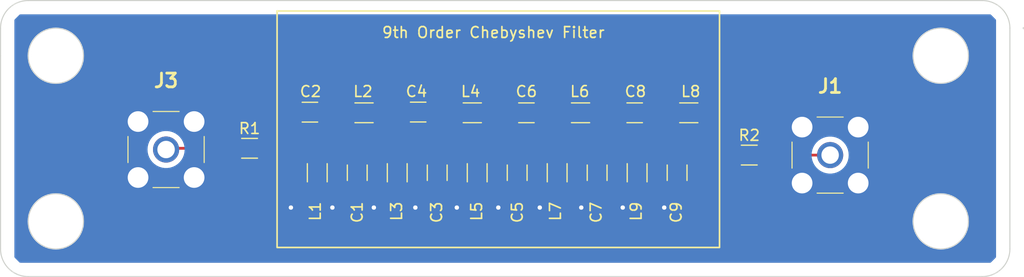
<source format=kicad_pcb>
(kicad_pcb (version 20221018) (generator pcbnew)
  (layers (0 "F.Cu" signal) (31 "B.Cu" power) (34 "B.Paste" user) (35 "F.Paste" user) (36 "B.SilkS" user "B.Silkscreen") (37 "F.SilkS" user "F.Silkscreen") (38 "B.Mask" user) (39 "F.Mask" user) (44 "Edge.Cuts" user))
  (net 0 "")
  (net 1 "Net-(C1-Pad1)")
  (net 2 "Net-(C2-Pad2)")
  (net 3 "Net-(C3-Pad1)")
  (net 4 "Net-(C4-Pad2)")
  (net 5 "Net-(C5-Pad1)")
  (net 6 "Net-(C6-Pad2)")
  (net 7 "Net-(C7-Pad1)")
  (net 8 "Net-(C8-Pad2)")
  (net 9 "Net-(C9-Pad1)")
  (net 10 "GND")
  (net 11 "V_out")
  (net 12 "V_in")
  (footprint "Inductor_SMD:L_1206_3216Metric" (layer "F.Cu") (at 73.985565 61.565476 -90)
    (fp_text reference "L7" (at 3.553097 0.159439 90) (layer "F.SilkS"))
    (fp_text value "12 nH" hide)
    (fp_line (start -0.835242 -0.91) (end 0.835242 -0.91) (stroke (width 0.12)) (layer "F.SilkS"))
    (fp_line (start -0.835242 0.91) (end 0.835242 0.91) (stroke (width 0.12)) (layer "F.SilkS"))
    (pad "1" smd roundrect (at -1.575 0 270) (size 1.05 1.9) (layers "F.Cu" "F.Paste" "F.Mask") (roundrect_rratio 0.2380952381) (net 7 "Net-(C7-Pad1)"))
    (pad "2" smd roundrect (at 1.575 0 270) (size 1.05 1.9) (layers "F.Cu" "F.Paste" "F.Mask") (roundrect_rratio 0.2380952381) (net 10 "GND"))
  )
  (footprint "Resistor_SMD:R_1206_3216Metric" (layer "F.Cu") (at 45.733408 59.3155)
    (fp_text reference "R1" (at 0 -1.82) (layer "F.SilkS"))
    (fp_text value "r=50" hide)
    (fp_line (start -0.727064 -0.91) (end 0.727064 -0.91) (stroke (width 0.12)) (layer "F.SilkS"))
    (fp_line (start -0.727064 0.91) (end 0.727064 0.91) (stroke (width 0.12)) (layer "F.SilkS"))
    (pad "1" smd roundrect (at -1.4625 0) (size 1.125 1.75) (layers "F.Cu" "F.Paste" "F.Mask") (roundrect_rratio 0.2222222222) (net 12 "V_in"))
    (pad "2" smd roundrect (at 1.4625 0) (size 1.125 1.75) (layers "F.Cu" "F.Paste" "F.Mask") (roundrect_rratio 0.2222222222) (net 1 "Net-(C1-Pad1)"))
  )
  (footprint "Inductor_SMD:L_1206_3216Metric" (layer "F.Cu") (at 66.640721 61.565476 -90)
    (fp_text reference "L5" (at 3.555043 0.053902 90) (layer "F.SilkS"))
    (fp_text value "12 nH" hide)
    (fp_line (start -0.835242 -0.91) (end 0.835242 -0.91) (stroke (width 0.12)) (layer "F.SilkS"))
    (fp_line (start -0.835242 0.91) (end 0.835242 0.91) (stroke (width 0.12)) (layer "F.SilkS"))
    (pad "1" smd roundrect (at -1.575 0 270) (size 1.05 1.9) (layers "F.Cu" "F.Paste" "F.Mask") (roundrect_rratio 0.2380952381) (net 5 "Net-(C5-Pad1)"))
    (pad "2" smd roundrect (at 1.575 0 270) (size 1.05 1.9) (layers "F.Cu" "F.Paste" "F.Mask") (roundrect_rratio 0.2380952381) (net 10 "GND"))
  )
  (footprint "Capacitor_SMD:C_1206_3216Metric" (layer "F.Cu") (at 81.105778 56.049029)
    (fp_text reference "C8" hide)
    (fp_text value "6.8 pF" hide)
    (fp_line (start -0.711252 -0.91) (end 0.711252 -0.91) (stroke (width 0.12)) (layer "F.SilkS"))
    (fp_line (start -0.711252 0.91) (end 0.711252 0.91) (stroke (width 0.12)) (layer "F.SilkS"))
    (pad "1" smd roundrect (at -1.475 0) (size 1.15 1.8) (layers "F.Cu" "F.Paste" "F.Mask") (roundrect_rratio 0.2173913043) (net 7 "Net-(C7-Pad1)"))
    (pad "2" smd roundrect (at 1.475 0) (size 1.15 1.8) (layers "F.Cu" "F.Paste" "F.Mask") (roundrect_rratio 0.2173913043) (net 8 "Net-(C8-Pad2)"))
  )
  (footprint "Capacitor_SMD:C_1206_3216Metric" (layer "F.Cu") (at 55.623455 61.565476 -90)
    (fp_text reference "C1" (at 3.64347 0.009402 90) (layer "F.SilkS"))
    (fp_text value "4.7 pF" hide)
    (fp_line (start -0.711252 -0.91) (end 0.711252 -0.91) (stroke (width 0.12)) (layer "F.SilkS"))
    (fp_line (start -0.711252 0.91) (end 0.711252 0.91) (stroke (width 0.12)) (layer "F.SilkS"))
    (pad "1" smd roundrect (at -1.475 0 270) (size 1.15 1.8) (layers "F.Cu" "F.Paste" "F.Mask") (roundrect_rratio 0.2173913043) (net 1 "Net-(C1-Pad1)"))
    (pad "2" smd roundrect (at 1.475 0 270) (size 1.15 1.8) (layers "F.Cu" "F.Paste" "F.Mask") (roundrect_rratio 0.2173913043) (net 10 "GND"))
  )
  (footprint "Capacitor_SMD:C_1206_3216Metric" (layer "F.Cu") (at 62.968299 61.565476 -90)
    (fp_text reference "C3" (at 3.645416 0.058036 90) (layer "F.SilkS"))
    (fp_text value "8.2 pF" hide)
    (fp_line (start -0.711252 -0.91) (end 0.711252 -0.91) (stroke (width 0.12)) (layer "F.SilkS"))
    (fp_line (start -0.711252 0.91) (end 0.711252 0.91) (stroke (width 0.12)) (layer "F.SilkS"))
    (pad "1" smd roundrect (at -1.475 0 270) (size 1.15 1.8) (layers "F.Cu" "F.Paste" "F.Mask") (roundrect_rratio 0.2173913043) (net 3 "Net-(C3-Pad1)"))
    (pad "2" smd roundrect (at 1.475 0 270) (size 1.15 1.8) (layers "F.Cu" "F.Paste" "F.Mask") (roundrect_rratio 0.2173913043) (net 10 "GND"))
  )
  (footprint "Capacitor_SMD:C_1206_3216Metric" (layer "F.Cu") (at 77.657987 61.565476 -90)
    (fp_text reference "C7" (at 3.647362 0.098402 90) (layer "F.SilkS"))
    (fp_text value "8.2 pF" hide)
    (fp_line (start -0.711252 -0.91) (end 0.711252 -0.91) (stroke (width 0.12)) (layer "F.SilkS"))
    (fp_line (start -0.711252 0.91) (end 0.711252 0.91) (stroke (width 0.12)) (layer "F.SilkS"))
    (pad "1" smd roundrect (at -1.475 0 270) (size 1.15 1.8) (layers "F.Cu" "F.Paste" "F.Mask") (roundrect_rratio 0.2173913043) (net 7 "Net-(C7-Pad1)"))
    (pad "2" smd roundrect (at 1.475 0 270) (size 1.15 1.8) (layers "F.Cu" "F.Paste" "F.Mask") (roundrect_rratio 0.2173913043) (net 10 "GND"))
  )
  (footprint "Inductor_SMD:L_1206_3216Metric" (layer "F.Cu") (at 76.13435 56.049029)
    (fp_text reference "L6" (at -0.072546 -1.959363) (layer "F.SilkS"))
    (fp_text value "15 nH" hide)
    (fp_line (start -0.835242 -0.91) (end 0.835242 -0.91) (stroke (width 0.12)) (layer "F.SilkS"))
    (fp_line (start -0.835242 0.91) (end 0.835242 0.91) (stroke (width 0.12)) (layer "F.SilkS"))
    (pad "1" smd roundrect (at -1.575 0) (size 1.05 1.9) (layers "F.Cu" "F.Paste" "F.Mask") (roundrect_rratio 0.2380952381) (net 6 "Net-(C6-Pad2)"))
    (pad "2" smd roundrect (at 1.575 0) (size 1.05 1.9) (layers "F.Cu" "F.Paste" "F.Mask") (roundrect_rratio 0.2380952381) (net 7 "Net-(C7-Pad1)"))
  )
  (footprint "Capacitor_SMD:C_1206_3216Metric" (layer "F.Cu") (at 51.27721 55.990889)
    (fp_text reference "C2" (at 0.059406 -1.901223) (layer "F.SilkS"))
    (fp_text value "6.8 pf" hide)
    (fp_line (start -0.711252 -0.91) (end 0.711252 -0.91) (stroke (width 0.12)) (layer "F.SilkS"))
    (fp_line (start -0.711252 0.91) (end 0.711252 0.91) (stroke (width 0.12)) (layer "F.SilkS"))
    (pad "1" smd roundrect (at -1.475 0) (size 1.15 1.8) (layers "F.Cu" "F.Paste" "F.Mask") (roundrect_rratio 0.2173913043) (net 1 "Net-(C1-Pad1)"))
    (pad "2" smd roundrect (at 1.475 0) (size 1.15 1.8) (layers "F.Cu" "F.Paste" "F.Mask") (roundrect_rratio 0.2173913043) (net 2 "Net-(C2-Pad2)"))
  )
  (footprint "Inductor_SMD:L_1206_3216Metric" (layer "F.Cu") (at 81.330409 61.565476 -90)
    (fp_text reference "L9" (at 3.556016 0.094267 90) (layer "F.SilkS"))
    (fp_text value "22 nH" hide)
    (fp_line (start -0.835242 -0.91) (end 0.835242 -0.91) (stroke (width 0.12)) (layer "F.SilkS"))
    (fp_line (start -0.835242 0.91) (end 0.835242 0.91) (stroke (width 0.12)) (layer "F.SilkS"))
    (pad "1" smd roundrect (at -1.575 0 270) (size 1.05 1.9) (layers "F.Cu" "F.Paste" "F.Mask") (roundrect_rratio 0.2380952381) (net 9 "Net-(C9-Pad1)"))
    (pad "2" smd roundrect (at 1.575 0 270) (size 1.05 1.9) (layers "F.Cu" "F.Paste" "F.Mask") (roundrect_rratio 0.2380952381) (net 10 "GND"))
  )
  (footprint "Capacitor_SMD:C_1206_3216Metric" (layer "F.Cu") (at 70.313143 61.565476 -90)
    (fp_text reference "C5" (at 3.644443 -0.007136 90) (layer "F.SilkS"))
    (fp_text value "8.2 pF" hide)
    (fp_line (start -0.711252 -0.91) (end 0.711252 -0.91) (stroke (width 0.12)) (layer "F.SilkS"))
    (fp_line (start -0.711252 0.91) (end 0.711252 0.91) (stroke (width 0.12)) (layer "F.SilkS"))
    (pad "1" smd roundrect (at -1.475 0 270) (size 1.15 1.8) (layers "F.Cu" "F.Paste" "F.Mask") (roundrect_rratio 0.2173913043) (net 5 "Net-(C5-Pad1)"))
    (pad "2" smd roundrect (at 1.475 0 270) (size 1.15 1.8) (layers "F.Cu" "F.Paste" "F.Mask") (roundrect_rratio 0.2173913043) (net 10 "GND"))
  )
  (footprint "Capacitor_SMD:C_1206_3216Metric" (layer "F.Cu") (at 85.002832 61.565476 -90)
    (fp_text reference "C9" (at 3.646389 0.090132 90) (layer "F.SilkS"))
    (fp_text value "4.7 pF" hide)
    (fp_line (start -0.711252 -0.91) (end 0.711252 -0.91) (stroke (width 0.12)) (layer "F.SilkS"))
    (fp_line (start -0.711252 0.91) (end 0.711252 0.91) (stroke (width 0.12)) (layer "F.SilkS"))
    (pad "1" smd roundrect (at -1.475 0 270) (size 1.15 1.8) (layers "F.Cu" "F.Paste" "F.Mask") (roundrect_rratio 0.2173913043) (net 9 "Net-(C9-Pad1)"))
    (pad "2" smd roundrect (at 1.475 0 270) (size 1.15 1.8) (layers "F.Cu" "F.Paste" "F.Mask") (roundrect_rratio 0.2173913043) (net 10 "GND"))
  )
  (footprint "Inductor_SMD:L_1206_3216Metric" (layer "F.Cu") (at 51.951033 61.565476 -90)
    (fp_text reference "L1" (at 3.55407 0.184246 90) (layer "F.SilkS"))
    (fp_text value "22 nH" hide)
    (fp_line (start -0.835242 -0.91) (end 0.835242 -0.91) (stroke (width 0.12)) (layer "F.SilkS"))
    (fp_line (start -0.835242 0.91) (end 0.835242 0.91) (stroke (width 0.12)) (layer "F.SilkS"))
    (pad "1" smd roundrect (at -1.575 0 270) (size 1.05 1.9) (layers "F.Cu" "F.Paste" "F.Mask") (roundrect_rratio 0.2380952381) (net 1 "Net-(C1-Pad1)"))
    (pad "2" smd roundrect (at 1.575 0 270) (size 1.05 1.9) (layers "F.Cu" "F.Paste" "F.Mask") (roundrect_rratio 0.2380952381) (net 10 "GND"))
  )
  (footprint "Inductor_SMD:L_1206_3216Metric" (layer "F.Cu") (at 59.295877 61.565476 -90)
    (fp_text reference "L3" (at 3.547259 0.06217 90) (layer "F.SilkS"))
    (fp_text value "12 nH" hide)
    (fp_line (start -0.835242 -0.91) (end 0.835242 -0.91) (stroke (width 0.12)) (layer "F.SilkS"))
    (fp_line (start -0.835242 0.91) (end 0.835242 0.91) (stroke (width 0.12)) (layer "F.SilkS"))
    (pad "1" smd roundrect (at -1.575 0 270) (size 1.05 1.9) (layers "F.Cu" "F.Paste" "F.Mask") (roundrect_rratio 0.2380952381) (net 3 "Net-(C3-Pad1)"))
    (pad "2" smd roundrect (at 1.575 0 270) (size 1.05 1.9) (layers "F.Cu" "F.Paste" "F.Mask") (roundrect_rratio 0.2380952381) (net 10 "GND"))
  )
  (footprint "Inductor_SMD:L_1206_3216Metric" (layer "F.Cu") (at 56.248638 56.049029)
    (fp_text reference "L2" (at -0.102941 -1.959363) (layer "F.SilkS"))
    (fp_text value "15 nH" hide)
    (fp_line (start -0.835242 -0.91) (end 0.835242 -0.91) (stroke (width 0.12)) (layer "F.SilkS"))
    (fp_line (start -0.835242 0.91) (end 0.835242 0.91) (stroke (width 0.12)) (layer "F.SilkS"))
    (pad "1" smd roundrect (at -1.575 0) (size 1.05 1.9) (layers "F.Cu" "F.Paste" "F.Mask") (roundrect_rratio 0.2380952381) (net 2 "Net-(C2-Pad2)"))
    (pad "2" smd roundrect (at 1.575 0) (size 1.05 1.9) (layers "F.Cu" "F.Paste" "F.Mask") (roundrect_rratio 0.2380952381) (net 3 "Net-(C3-Pad1)"))
  )
  (footprint "Mouser:PCBSMAFRAHT" (layer "F.Cu") (at 38.065 59.429307)
    (fp_text reference "J3" (at 0 -6.34) (layer "F.SilkS") (effects (font (size 1.27 1.27) (thickness 0.254))))
    (fp_text value "PCB.SMAFRA.HT" hide)
    (fp_line (start -3.5 -1.2) (end -3.5 1.2) (stroke (width 0.1)) (layer "F.SilkS"))
    (fp_line (start -1.2 -3.5) (end 1.2 -3.5) (stroke (width 0.1)) (layer "F.SilkS"))
    (fp_line (start -1.2 3.5) (end 1.2 3.5) (stroke (width 0.1)) (layer "F.SilkS"))
    (fp_line (start 3.5 1.2) (end 3.5 -1.2) (stroke (width 0.1)) (layer "F.SilkS"))
    (pad "1" thru_hole circle (at 0 0) (size 2.4 2.4) (drill 1.6) (layers "*.Cu" "*.Mask") (net 12 "V_in"))
    (pad "2" thru_hole circle (at -2.575 -2.575) (size 2.85 2.85) (drill 1.9) (layers "*.Cu" "*.Mask") (net 10 "GND"))
    (pad "3" thru_hole circle (at -2.575 2.575) (size 2.85 2.85) (drill 1.9) (layers "*.Cu" "*.Mask") (net 10 "GND"))
    (pad "4" thru_hole circle (at 2.575 2.575) (size 2.85 2.85) (drill 1.9) (layers "*.Cu" "*.Mask") (net 10 "GND"))
    (pad "5" thru_hole circle (at 2.575 -2.575) (size 2.85 2.85) (drill 1.9) (layers "*.Cu" "*.Mask") (net 10 "GND"))
  )
  (footprint "Inductor_SMD:L_1206_3216Metric" (layer "F.Cu") (at 66.191494 56.049029)
    (fp_text reference "L4" (at -0.154823 -1.959363) (layer "F.SilkS"))
    (fp_text value "15 nH" hide)
    (fp_line (start -0.835242 -0.91) (end 0.835242 -0.91) (stroke (width 0.12)) (layer "F.SilkS"))
    (fp_line (start -0.835242 0.91) (end 0.835242 0.91) (stroke (width 0.12)) (layer "F.SilkS"))
    (pad "1" smd roundrect (at -1.575 0) (size 1.05 1.9) (layers "F.Cu" "F.Paste" "F.Mask") (roundrect_rratio 0.2380952381) (net 4 "Net-(C4-Pad2)"))
    (pad "2" smd roundrect (at 1.575 0) (size 1.05 1.9) (layers "F.Cu" "F.Paste" "F.Mask") (roundrect_rratio 0.2380952381) (net 5 "Net-(C5-Pad1)"))
  )
  (footprint "Mouser:PCBSMAFRAHT" (layer "F.Cu") (at 99.06 59.941437)
    (fp_text reference "J1" (at 0 -6.34) (layer "F.SilkS") (effects (font (size 1.27 1.27) (thickness 0.254))))
    (fp_text value "PCB.SMAFRA.HT" hide)
    (fp_line (start -3.5 -1.2) (end -3.5 1.2) (stroke (width 0.1)) (layer "F.SilkS"))
    (fp_line (start -1.2 -3.5) (end 1.2 -3.5) (stroke (width 0.1)) (layer "F.SilkS"))
    (fp_line (start -1.2 3.5) (end 1.2 3.5) (stroke (width 0.1)) (layer "F.SilkS"))
    (fp_line (start 3.5 1.2) (end 3.5 -1.2) (stroke (width 0.1)) (layer "F.SilkS"))
    (pad "1" thru_hole circle (at 0 0) (size 2.4 2.4) (drill 1.6) (layers "*.Cu" "*.Mask") (net 11 "V_out"))
    (pad "2" thru_hole circle (at -2.575 -2.575) (size 2.85 2.85) (drill 1.9) (layers "*.Cu" "*.Mask") (net 10 "GND"))
    (pad "3" thru_hole circle (at -2.575 2.575) (size 2.85 2.85) (drill 1.9) (layers "*.Cu" "*.Mask") (net 10 "GND"))
    (pad "4" thru_hole circle (at 2.575 2.575) (size 2.85 2.85) (drill 1.9) (layers "*.Cu" "*.Mask") (net 10 "GND"))
    (pad "5" thru_hole circle (at 2.575 -2.575) (size 2.85 2.85) (drill 1.9) (layers "*.Cu" "*.Mask") (net 10 "GND"))
  )
  (footprint "Capacitor_SMD:C_1206_3216Metric" (layer "F.Cu") (at 71.162922 56.049029)
    (fp_text reference "C6" (at -0.003406 -1.959363) (layer "F.SilkS"))
    (fp_text value "5.6 pF" hide)
    (fp_line (start -0.711252 -0.91) (end 0.711252 -0.91) (stroke (width 0.12)) (layer "F.SilkS"))
    (fp_line (start -0.711252 0.91) (end 0.711252 0.91) (stroke (width 0.12)) (layer "F.SilkS"))
    (pad "1" smd roundrect (at -1.475 0) (size 1.15 1.8) (layers "F.Cu" "F.Paste" "F.Mask") (roundrect_rratio 0.2173913043) (net 5 "Net-(C5-Pad1)"))
    (pad "2" smd roundrect (at 1.475 0) (size 1.15 1.8) (layers "F.Cu" "F.Paste" "F.Mask") (roundrect_rratio 0.2173913043) (net 6 "Net-(C6-Pad2)"))
  )
  (footprint "Capacitor_SMD:C_1206_3216Metric" (layer "F.Cu") (at 61.220066 55.982058)
    (fp_text reference "C4" (at -0.157688 -1.892392) (layer "F.SilkS"))
    (fp_text value "5.6 pF" hide)
    (fp_line (start -0.711252 -0.91) (end 0.711252 -0.91) (stroke (width 0.12)) (layer "F.SilkS"))
    (fp_line (start -0.711252 0.91) (end 0.711252 0.91) (stroke (width 0.12)) (layer "F.SilkS"))
    (pad "1" smd roundrect (at -1.475 0) (size 1.15 1.8) (layers "F.Cu" "F.Paste" "F.Mask") (roundrect_rratio 0.2173913043) (net 3 "Net-(C3-Pad1)"))
    (pad "2" smd roundrect (at 1.475 0) (size 1.15 1.8) (layers "F.Cu" "F.Paste" "F.Mask") (roundrect_rratio 0.2173913043) (net 4 "Net-(C4-Pad2)"))
  )
  (footprint "Resistor_SMD:R_1206_3216Metric" (layer "F.Cu") (at 91.631443 59.941437)
    (fp_text reference "R2" (at 0 -1.82) (layer "F.SilkS"))
    (fp_text value "r=50" hide)
    (fp_line (start -0.727064 -0.91) (end 0.727064 -0.91) (stroke (width 0.12)) (layer "F.SilkS"))
    (fp_line (start -0.727064 0.91) (end 0.727064 0.91) (stroke (width 0.12)) (layer "F.SilkS"))
    (pad "1" smd roundrect (at -1.4625 0) (size 1.125 1.75) (layers "F.Cu" "F.Paste" "F.Mask") (roundrect_rratio 0.2222222222) (net 9 "Net-(C9-Pad1)"))
    (pad "2" smd roundrect (at 1.4625 0) (size 1.125 1.75) (layers "F.Cu" "F.Paste" "F.Mask") (roundrect_rratio 0.2222222222) (net 11 "V_out"))
  )
  (footprint "Inductor_SMD:L_1206_3216Metric" (layer "F.Cu") (at 86.07721 56.049029)
    (fp_text reference "L8" hide)
    (fp_text value "15 nH" hide)
    (fp_line (start -0.835242 -0.91) (end 0.835242 -0.91) (stroke (width 0.12)) (layer "F.SilkS"))
    (fp_line (start -0.835242 0.91) (end 0.835242 0.91) (stroke (width 0.12)) (layer "F.SilkS"))
    (pad "1" smd roundrect (at -1.575 0) (size 1.05 1.9) (layers "F.Cu" "F.Paste" "F.Mask") (roundrect_rratio 0.2380952381) (net 8 "Net-(C8-Pad2)"))
    (pad "2" smd roundrect (at 1.575 0) (size 1.05 1.9) (layers "F.Cu" "F.Paste" "F.Mask") (roundrect_rratio 0.2380952381) (net 9 "Net-(C9-Pad1)"))
  )
  (gr_rect (start 48.26 46.682966) (end 88.9 68.440677) (stroke (width 0.15)) (fill none) (layer "F.SilkS"))
  (gr_line (start 25.4 45.72) (end 113.03 45.72) (stroke (width 0.1)) (layer "Edge.Cuts"))
  (gr_line (start 22.86 50.8) (end 22.86 48.26) (stroke (width 0.1)) (layer "Edge.Cuts"))
  (gr_circle (center 109.22 66.04) (end 111.76 66.04) (stroke (width 0.1)) (fill none) (layer "Edge.Cuts"))
  (gr_line (start 113.03 71.12) (end 25.4 71.12) (stroke (width 0.1)) (layer "Edge.Cuts"))
  (gr_arc (start 25.4 71.12) (mid 23.603949 70.376051) (end 22.86 68.58) (stroke (width 0.1)) (layer "Edge.Cuts"))
  (gr_circle (center 116.84 48.26) (end 116.84 48.26) (stroke (width 0.1)) (fill none) (layer "Edge.Cuts"))
  (gr_arc (start 22.86 48.26) (mid 23.603949 46.463949) (end 25.4 45.72) (stroke (width 0.1)) (layer "Edge.Cuts"))
  (gr_circle (center 27.94 50.8) (end 27.94 48.26) (stroke (width 0.1)) (fill none) (layer "Edge.Cuts"))
  (gr_line (start 115.57 48.26) (end 115.57 68.58) (stroke (width 0.1)) (layer "Edge.Cuts"))
  (gr_arc (start 115.57 68.58) (mid 114.826051 70.376051) (end 113.03 71.12) (stroke (width 0.1)) (layer "Edge.Cuts"))
  (gr_line (start 22.86 68.58) (end 22.86 50.8) (stroke (width 0.1)) (layer "Edge.Cuts"))
  (gr_circle (center 27.94 66.04) (end 25.4 66.04) (stroke (width 0.1)) (fill none) (layer "Edge.Cuts"))
  (gr_arc (start 113.03 45.72) (mid 114.826051 46.463949) (end 115.57 48.26) (stroke (width 0.1)) (layer "Edge.Cuts"))
  (gr_circle (center 109.22 50.8) (end 106.68 50.8) (stroke (width 0.1)) (fill none) (layer "Edge.Cuts"))
  (gr_text "L8" (at 86.257059 54.089666) (layer "F.SilkS") (effects (font (size 1 1))))
  (gr_text "C8" (at 81.177059 54.089666) (layer "F.SilkS") (effects (font (size 1 1))))
  (gr_text "9th Order Chebyshev Filter" (at 57.813895 49.243616) (layer "F.SilkS") (effects (font (size 1 1)) (justify left bottom)))
  (segment (start 47.195908 59.3155) (end 49.80221 56.709198) (width 0.25) (layer "F.Cu") (net 1))
  (segment (start 49.80221 56.709198) (end 49.80221 55.990889) (width 0.25) (layer "F.Cu") (net 1))
  (segment (start 49.80221 57.841653) (end 51.951033 59.990476) (width 0.25) (layer "F.Cu") (net 1))
  (segment (start 51.951033 59.990476) (end 55.523455 59.990476) (width 0.25) (layer "F.Cu") (net 1))
  (segment (start 55.523455 59.990476) (end 55.623455 60.090476) (width 0.25) (layer "F.Cu") (net 1))
  (segment (start 49.80221 55.990889) (end 49.80221 57.841653) (width 0.25) (layer "F.Cu") (net 1))
  (segment (start 52.75221 55.990889) (end 54.615498 55.990889) (width 0.25) (layer "F.Cu") (net 2))
  (segment (start 54.615498 55.990889) (end 54.673638 56.049029) (width 0.25) (layer "F.Cu") (net 2))
  (segment (start 57.823638 56.049029) (end 59.678095 56.049029) (width 0.25) (layer "F.Cu") (net 3))
  (segment (start 62.868299 59.990476) (end 62.968299 60.090476) (width 0.25) (layer "F.Cu") (net 3))
  (segment (start 59.678095 56.049029) (end 59.745066 55.982058) (width 0.25) (layer "F.Cu") (net 3))
  (segment (start 59.295877 59.990476) (end 59.295877 56.431247) (width 0.25) (layer "F.Cu") (net 3))
  (segment (start 59.295877 59.990476) (end 62.868299 59.990476) (width 0.25) (layer "F.Cu") (net 3))
  (segment (start 59.295877 56.431247) (end 59.745066 55.982058) (width 0.25) (layer "F.Cu") (net 3))
  (segment (start 64.549523 55.982058) (end 64.616494 56.049029) (width 0.25) (layer "F.Cu") (net 4))
  (segment (start 62.695066 55.982058) (end 64.549523 55.982058) (width 0.25) (layer "F.Cu") (net 4))
  (segment (start 66.640721 59.990476) (end 70.213143 59.990476) (width 0.25) (layer "F.Cu") (net 5))
  (segment (start 70.313143 60.090476) (end 69.687922 59.465255) (width 0.25) (layer "F.Cu") (net 5))
  (segment (start 70.213143 59.990476) (end 70.313143 60.090476) (width 0.25) (layer "F.Cu") (net 5))
  (segment (start 67.766494 56.049029) (end 69.687922 56.049029) (width 0.25) (layer "F.Cu") (net 5))
  (segment (start 69.687922 59.465255) (end 69.687922 56.049029) (width 0.25) (layer "F.Cu") (net 5))
  (segment (start 72.637922 56.049029) (end 74.55935 56.049029) (width 0.25) (layer "F.Cu") (net 6))
  (segment (start 77.657987 56.100392) (end 77.70935 56.049029) (width 0.25) (layer "F.Cu") (net 7))
  (segment (start 73.985565 59.990476) (end 77.557987 59.990476) (width 0.25) (layer "F.Cu") (net 7))
  (segment (start 77.70935 56.049029) (end 79.630778 56.049029) (width 0.25) (layer "F.Cu") (net 7))
  (segment (start 77.557987 59.990476) (end 77.657987 60.090476) (width 0.25) (layer "F.Cu") (net 7))
  (segment (start 77.657987 60.090476) (end 77.657987 56.100392) (width 0.25) (layer "F.Cu") (net 7))
  (segment (start 82.580778 56.049029) (end 84.50221 56.049029) (width 0.25) (layer "F.Cu") (net 8))
  (segment (start 84.902832 59.990476) (end 85.002832 60.090476) (width 0.25) (layer "F.Cu") (net 9))
  (segment (start 81.330409 59.990476) (end 84.902832 59.990476) (width 0.25) (layer "F.Cu") (net 9))
  (segment (start 87.65221 57.424704) (end 90.168943 59.941437) (width 0.25) (layer "F.Cu") (net 9))
  (segment (start 87.65221 57.441098) (end 87.65221 56.049029) (width 0.25) (layer "F.Cu") (net 9))
  (segment (start 87.65221 56.049029) (end 87.65221 57.424704) (width 0.25) (layer "F.Cu") (net 9))
  (segment (start 85.002832 60.090476) (end 87.65221 57.441098) (width 0.25) (layer "F.Cu") (net 9))
  (segment (start 51.951033 63.140476) (end 50.321509 64.77) (width 0.25) (layer "F.Cu") (net 10))
  (segment (start 61.238775 64.77) (end 60.96 64.77) (width 0.25) (layer "F.Cu") (net 10))
  (segment (start 70.313143 63.040476) (end 70.309524 63.040476) (width 0.25) (layer "F.Cu") (net 10))
  (segment (start 57.666353 64.77) (end 57.15 64.77) (width 0.25) (layer "F.Cu") (net 10))
  (segment (start 85.002832 63.040476) (end 85.002832 63.587168) (width 0.25) (layer "F.Cu") (net 10))
  (segment (start 77.657987 63.040476) (end 77.657987 63.312013) (width 0.25) (layer "F.Cu") (net 10))
  (segment (start 77.657987 63.312013) (end 76.2 64.77) (width 0.25) (layer "F.Cu") (net 10))
  (segment (start 81.330409 63.140476) (end 81.330409 63.449591) (width 0.25) (layer "F.Cu") (net 10))
  (segment (start 73.985565 63.140476) (end 73.985565 63.174435) (width 0.25) (layer "F.Cu") (net 10))
  (segment (start 62.968299 63.040476) (end 61.238775 64.77) (width 0.25) (layer "F.Cu") (net 10))
  (segment (start 53.893931 64.77) (end 55.623455 63.040476) (width 0.25) (layer "F.Cu") (net 10))
  (segment (start 85.002832 63.587168) (end 83.82 64.77) (width 0.25) (layer "F.Cu") (net 10))
  (segment (start 70.309524 63.040476) (end 68.58 64.77) (width 0.25) (layer "F.Cu") (net 10))
  (segment (start 59.295877 63.140476) (end 57.666353 64.77) (width 0.25) (layer "F.Cu") (net 10))
  (segment (start 50.321509 64.77) (end 49.53 64.77) (width 0.25) (layer "F.Cu") (net 10))
  (segment (start 73.985565 63.174435) (end 72.39 64.77) (width 0.25) (layer "F.Cu") (net 10))
  (segment (start 59.330476 63.140476) (end 59.69 63.5) (width 0.25) (layer "F.Cu") (net 10))
  (segment (start 81.330409 63.449591) (end 80.01 64.77) (width 0.25) (layer "F.Cu") (net 10))
  (segment (start 65.011197 64.77) (end 64.77 64.77) (width 0.25) (layer "F.Cu") (net 10))
  (segment (start 53.34 64.77) (end 53.893931 64.77) (width 0.25) (layer "F.Cu") (net 10))
  (segment (start 59.295877 63.140476) (end 59.330476 63.140476) (width 0.25) (layer "F.Cu") (net 10))
  (segment (start 66.640721 63.140476) (end 65.011197 64.77) (width 0.25) (layer "F.Cu") (net 10))
  (via (at 83.82 64.77) (size 0.8) (drill 0.4) (layers "F.Cu" "B.Cu") (net 10))
  (via (at 68.58 64.77) (size 0.8) (drill 0.4) (layers "F.Cu" "B.Cu") (net 10))
  (via (at 53.34 64.77) (size 0.8) (drill 0.4) (layers "F.Cu" "B.Cu") (net 10))
  (via (at 57.15 64.77) (size 0.8) (drill 0.4) (layers "F.Cu" "B.Cu") (net 10))
  (via (at 49.53 64.77) (size 0.8) (drill 0.4) (layers "F.Cu" "B.Cu") (net 10))
  (via (at 72.39 64.77) (size 0.8) (drill 0.4) (layers "F.Cu" "B.Cu") (net 10))
  (via (at 64.77 64.77) (size 0.8) (drill 0.4) (layers "F.Cu" "B.Cu") (net 10))
  (via (at 80.01 64.77) (size 0.8) (drill 0.4) (layers "F.Cu" "B.Cu") (net 10))
  (via (at 60.96 64.77) (size 0.8) (drill 0.4) (layers "F.Cu" "B.Cu") (net 10))
  (via (at 76.2 64.77) (size 0.8) (drill 0.4) (layers "F.Cu" "B.Cu") (net 10))
  (segment (start 93.093943 59.941437) (end 99.06 59.941437) (width 0.25) (layer "F.Cu") (net 11))
  (segment (start 44.270908 59.3155) (end 38.178807 59.3155) (width 0.25) (layer "F.Cu") (net 12))
  (segment (start 38.178807 59.3155) (end 38.065 59.429307) (width 0.25) (layer "F.Cu") (net 12))
  (zone (net 10) (net_name "GND") (layer "B.Cu") (name "Ground Plane") (connect_pads yes (clearance 0.5)) (min_thickness 0.25) (fill yes (thermal_gap 0.5) (thermal_bridge_width 0.5) (smoothing chamfer) (radius 0.5))
    (polygon (pts (xy 24.13 46.99) (xy 24.13 69.85) (xy 114.3 69.85) (xy 114.3 46.99)))
  )
)
</source>
